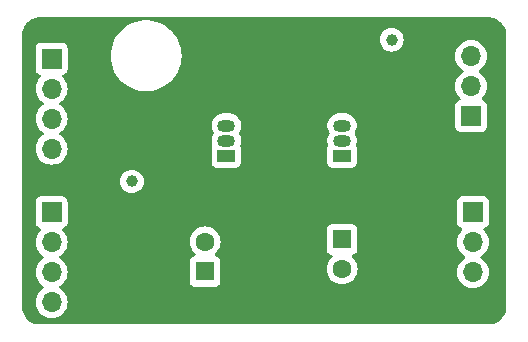
<source format=gbr>
%TF.GenerationSoftware,KiCad,Pcbnew,8.0.6*%
%TF.CreationDate,2024-11-25T01:10:15+00:00*%
%TF.ProjectId,GEOFF board v1,47454f46-4620-4626-9f61-72642076312e,rev?*%
%TF.SameCoordinates,Original*%
%TF.FileFunction,Copper,L2,Bot*%
%TF.FilePolarity,Positive*%
%FSLAX46Y46*%
G04 Gerber Fmt 4.6, Leading zero omitted, Abs format (unit mm)*
G04 Created by KiCad (PCBNEW 8.0.6) date 2024-11-25 01:10:15*
%MOMM*%
%LPD*%
G01*
G04 APERTURE LIST*
%TA.AperFunction,ComponentPad*%
%ADD10C,1.000000*%
%TD*%
%TA.AperFunction,ComponentPad*%
%ADD11R,1.500000X1.050000*%
%TD*%
%TA.AperFunction,ComponentPad*%
%ADD12O,1.500000X1.050000*%
%TD*%
%TA.AperFunction,ComponentPad*%
%ADD13O,1.700000X1.700000*%
%TD*%
%TA.AperFunction,ComponentPad*%
%ADD14R,1.700000X1.700000*%
%TD*%
%TA.AperFunction,ComponentPad*%
%ADD15R,1.600000X1.600000*%
%TD*%
%TA.AperFunction,ComponentPad*%
%ADD16C,1.600000*%
%TD*%
G04 APERTURE END LIST*
D10*
%TO.P,TP2,1,1*%
%TO.N,5V signal*%
X51800000Y-138400000D03*
%TD*%
%TO.P,TP1,1,1*%
%TO.N,3v3 signal*%
X29800000Y-150400000D03*
%TD*%
D11*
%TO.P,Q2,1,E*%
%TO.N,GND*%
X47600000Y-148200000D03*
D12*
%TO.P,Q2,2,B*%
%TO.N,Net-(Q2-B)*%
X47600000Y-146930000D03*
%TO.P,Q2,3,C*%
%TO.N,5V signal*%
X47600000Y-145660000D03*
%TD*%
D11*
%TO.P,Q1,1,E*%
%TO.N,GND*%
X37800000Y-148200000D03*
D12*
%TO.P,Q1,2,B*%
%TO.N,Net-(Q1-B)*%
X37800000Y-146930000D03*
%TO.P,Q1,3,C*%
%TO.N,Net-(Q1-C)*%
X37800000Y-145660000D03*
%TD*%
D13*
%TO.P,J4,3,Pin_3*%
%TO.N,Bumper1 Neg*%
X58670000Y-158080000D03*
%TO.P,J4,2,Pin_2*%
%TO.N,Bumper2 Pos*%
X58670000Y-155540000D03*
D14*
%TO.P,J4,1,Pin_1*%
%TO.N,Bumper1 Pos*%
X58670000Y-153000000D03*
%TD*%
%TO.P,J3,1,Pin_1*%
%TO.N,Bumper1 Pos*%
X23000000Y-153000000D03*
D13*
%TO.P,J3,2,Pin_2*%
%TO.N,Bumper1 Neg*%
X23000000Y-155540000D03*
%TO.P,J3,3,Pin_3*%
%TO.N,Bumper2 Pos*%
X23000000Y-158080000D03*
%TO.P,J3,4,Pin_4*%
%TO.N,Bumper1 Neg*%
X23000000Y-160620000D03*
%TD*%
%TO.P,J2,3,Pin_3*%
%TO.N,5V*%
X58530000Y-139790000D03*
%TO.P,J2,2,Pin_2*%
%TO.N,5V signal*%
X58530000Y-142330000D03*
D14*
%TO.P,J2,1,Pin_1*%
%TO.N,GND*%
X58530000Y-144870000D03*
%TD*%
D13*
%TO.P,J1,4,Pin_4*%
%TO.N,3v3 signal*%
X23000000Y-147620000D03*
%TO.P,J1,3,Pin_3*%
%TO.N,3v3*%
X23000000Y-145080000D03*
%TO.P,J1,2,Pin_2*%
%TO.N,5V*%
X23000000Y-142540000D03*
D14*
%TO.P,J1,1,Pin_1*%
%TO.N,GND*%
X23000000Y-140000000D03*
%TD*%
D15*
%TO.P,C2,1*%
%TO.N,Bumper2 Pos*%
X36000000Y-158000000D03*
D16*
%TO.P,C2,2*%
%TO.N,Bumper1 Neg*%
X36000000Y-155500000D03*
%TD*%
D15*
%TO.P,C1,1*%
%TO.N,Bumper1 Pos*%
X47600000Y-155300000D03*
D16*
%TO.P,C1,2*%
%TO.N,Bumper1 Neg*%
X47600000Y-157800000D03*
%TD*%
%TA.AperFunction,NonConductor*%
G36*
X60004418Y-136500816D02*
G01*
X60204561Y-136515130D01*
X60222063Y-136517647D01*
X60413797Y-136559355D01*
X60430755Y-136564334D01*
X60614609Y-136632909D01*
X60630701Y-136640259D01*
X60802904Y-136734288D01*
X60817784Y-136743849D01*
X60974867Y-136861441D01*
X60988237Y-136873027D01*
X61126972Y-137011762D01*
X61138558Y-137025132D01*
X61256146Y-137182210D01*
X61265711Y-137197095D01*
X61359740Y-137369298D01*
X61367090Y-137385390D01*
X61435662Y-137569236D01*
X61440646Y-137586212D01*
X61482351Y-137777931D01*
X61484869Y-137795442D01*
X61499184Y-137995580D01*
X61499500Y-138004427D01*
X61499500Y-160995572D01*
X61499184Y-161004419D01*
X61484869Y-161204557D01*
X61482351Y-161222068D01*
X61440646Y-161413787D01*
X61435662Y-161430763D01*
X61367090Y-161614609D01*
X61359740Y-161630701D01*
X61265711Y-161802904D01*
X61256146Y-161817789D01*
X61138558Y-161974867D01*
X61126972Y-161988237D01*
X60988237Y-162126972D01*
X60974867Y-162138558D01*
X60817789Y-162256146D01*
X60802904Y-162265711D01*
X60630701Y-162359740D01*
X60614609Y-162367090D01*
X60430763Y-162435662D01*
X60413787Y-162440646D01*
X60222068Y-162482351D01*
X60204557Y-162484869D01*
X60023779Y-162497799D01*
X60004417Y-162499184D01*
X59995572Y-162499500D01*
X22004428Y-162499500D01*
X21995582Y-162499184D01*
X21973622Y-162497613D01*
X21795442Y-162484869D01*
X21777931Y-162482351D01*
X21586212Y-162440646D01*
X21569236Y-162435662D01*
X21385390Y-162367090D01*
X21369298Y-162359740D01*
X21197095Y-162265711D01*
X21182210Y-162256146D01*
X21025132Y-162138558D01*
X21011762Y-162126972D01*
X20873027Y-161988237D01*
X20861441Y-161974867D01*
X20846616Y-161955063D01*
X20743849Y-161817784D01*
X20734288Y-161802904D01*
X20640259Y-161630701D01*
X20632909Y-161614609D01*
X20586955Y-161491402D01*
X20564334Y-161430755D01*
X20559355Y-161413797D01*
X20517647Y-161222063D01*
X20515130Y-161204556D01*
X20500816Y-161004418D01*
X20500500Y-160995572D01*
X20500500Y-155539999D01*
X21644341Y-155539999D01*
X21644341Y-155540000D01*
X21664936Y-155775403D01*
X21664938Y-155775413D01*
X21726094Y-156003655D01*
X21726096Y-156003659D01*
X21726097Y-156003663D01*
X21793345Y-156147876D01*
X21825965Y-156217830D01*
X21825967Y-156217834D01*
X21961501Y-156411395D01*
X21961506Y-156411402D01*
X22128597Y-156578493D01*
X22128603Y-156578498D01*
X22314158Y-156708425D01*
X22357783Y-156763002D01*
X22364977Y-156832500D01*
X22333454Y-156894855D01*
X22314158Y-156911575D01*
X22128597Y-157041505D01*
X21961505Y-157208597D01*
X21825965Y-157402169D01*
X21825964Y-157402171D01*
X21726098Y-157616335D01*
X21726094Y-157616344D01*
X21664938Y-157844586D01*
X21664936Y-157844596D01*
X21644341Y-158079999D01*
X21644341Y-158080000D01*
X21664936Y-158315403D01*
X21664938Y-158315413D01*
X21726094Y-158543655D01*
X21726096Y-158543659D01*
X21726097Y-158543663D01*
X21825965Y-158757830D01*
X21825967Y-158757834D01*
X21961501Y-158951395D01*
X21961506Y-158951402D01*
X22128597Y-159118493D01*
X22128603Y-159118498D01*
X22314158Y-159248425D01*
X22357783Y-159303002D01*
X22364977Y-159372500D01*
X22333454Y-159434855D01*
X22314158Y-159451575D01*
X22128597Y-159581505D01*
X21961505Y-159748597D01*
X21825965Y-159942169D01*
X21825964Y-159942171D01*
X21726098Y-160156335D01*
X21726094Y-160156344D01*
X21664938Y-160384586D01*
X21664936Y-160384596D01*
X21644341Y-160619999D01*
X21644341Y-160620000D01*
X21664936Y-160855403D01*
X21664938Y-160855413D01*
X21726094Y-161083655D01*
X21726096Y-161083659D01*
X21726097Y-161083663D01*
X21825965Y-161297830D01*
X21825967Y-161297834D01*
X21919046Y-161430763D01*
X21961505Y-161491401D01*
X22128599Y-161658495D01*
X22225384Y-161726265D01*
X22322165Y-161794032D01*
X22322167Y-161794033D01*
X22322170Y-161794035D01*
X22536337Y-161893903D01*
X22764592Y-161955063D01*
X22952918Y-161971539D01*
X22999999Y-161975659D01*
X23000000Y-161975659D01*
X23000001Y-161975659D01*
X23039234Y-161972226D01*
X23235408Y-161955063D01*
X23463663Y-161893903D01*
X23677830Y-161794035D01*
X23871401Y-161658495D01*
X24038495Y-161491401D01*
X24174035Y-161297830D01*
X24273903Y-161083663D01*
X24335063Y-160855408D01*
X24355659Y-160620000D01*
X24335063Y-160384592D01*
X24273903Y-160156337D01*
X24174035Y-159942171D01*
X24038495Y-159748599D01*
X24038494Y-159748597D01*
X23871402Y-159581506D01*
X23871396Y-159581501D01*
X23685842Y-159451575D01*
X23642217Y-159396998D01*
X23635023Y-159327500D01*
X23666546Y-159265145D01*
X23685842Y-159248425D01*
X23815633Y-159157544D01*
X23871401Y-159118495D01*
X24038495Y-158951401D01*
X24174035Y-158757830D01*
X24273903Y-158543663D01*
X24335063Y-158315408D01*
X24355659Y-158080000D01*
X24335063Y-157844592D01*
X24273903Y-157616337D01*
X24174035Y-157402171D01*
X24139959Y-157353504D01*
X24038494Y-157208597D01*
X23871402Y-157041506D01*
X23871396Y-157041501D01*
X23685842Y-156911575D01*
X23642217Y-156856998D01*
X23635023Y-156787500D01*
X23666546Y-156725145D01*
X23685842Y-156708425D01*
X23740633Y-156670060D01*
X23871401Y-156578495D01*
X24038495Y-156411401D01*
X24174035Y-156217830D01*
X24273903Y-156003663D01*
X24335063Y-155775408D01*
X24355659Y-155540000D01*
X24352159Y-155499998D01*
X34694532Y-155499998D01*
X34694532Y-155500001D01*
X34714364Y-155726686D01*
X34714366Y-155726697D01*
X34773258Y-155946488D01*
X34773261Y-155946497D01*
X34869431Y-156152732D01*
X34869432Y-156152734D01*
X34999954Y-156339141D01*
X35157086Y-156496273D01*
X35190571Y-156557596D01*
X35185587Y-156627288D01*
X35143715Y-156683221D01*
X35097932Y-156704628D01*
X35092522Y-156705906D01*
X34957671Y-156756202D01*
X34957664Y-156756206D01*
X34842455Y-156842452D01*
X34842452Y-156842455D01*
X34756206Y-156957664D01*
X34756202Y-156957671D01*
X34705908Y-157092517D01*
X34699501Y-157152116D01*
X34699501Y-157152123D01*
X34699500Y-157152135D01*
X34699500Y-158847870D01*
X34699501Y-158847876D01*
X34705908Y-158907483D01*
X34756202Y-159042328D01*
X34756206Y-159042335D01*
X34842452Y-159157544D01*
X34842455Y-159157547D01*
X34957664Y-159243793D01*
X34957671Y-159243797D01*
X35092517Y-159294091D01*
X35092516Y-159294091D01*
X35099444Y-159294835D01*
X35152127Y-159300500D01*
X36847872Y-159300499D01*
X36907483Y-159294091D01*
X37042331Y-159243796D01*
X37157546Y-159157546D01*
X37243796Y-159042331D01*
X37294091Y-158907483D01*
X37300500Y-158847873D01*
X37300499Y-157799998D01*
X46294532Y-157799998D01*
X46294532Y-157800001D01*
X46314364Y-158026686D01*
X46314366Y-158026697D01*
X46373258Y-158246488D01*
X46373261Y-158246497D01*
X46469431Y-158452732D01*
X46469432Y-158452734D01*
X46599954Y-158639141D01*
X46760858Y-158800045D01*
X46760861Y-158800047D01*
X46947266Y-158930568D01*
X47153504Y-159026739D01*
X47373308Y-159085635D01*
X47535230Y-159099801D01*
X47599998Y-159105468D01*
X47600000Y-159105468D01*
X47600002Y-159105468D01*
X47656673Y-159100509D01*
X47826692Y-159085635D01*
X48046496Y-159026739D01*
X48252734Y-158930568D01*
X48439139Y-158800047D01*
X48600047Y-158639139D01*
X48730568Y-158452734D01*
X48826739Y-158246496D01*
X48885635Y-158026692D01*
X48905468Y-157800000D01*
X48885635Y-157573308D01*
X48826739Y-157353504D01*
X48730568Y-157147266D01*
X48600047Y-156960861D01*
X48600045Y-156960858D01*
X48442913Y-156803726D01*
X48409428Y-156742403D01*
X48414412Y-156672711D01*
X48456284Y-156616778D01*
X48502078Y-156595368D01*
X48507480Y-156594091D01*
X48507483Y-156594091D01*
X48549304Y-156578493D01*
X48642328Y-156543797D01*
X48642327Y-156543797D01*
X48642331Y-156543796D01*
X48757546Y-156457546D01*
X48843796Y-156342331D01*
X48894091Y-156207483D01*
X48900500Y-156147873D01*
X48900500Y-155539999D01*
X57314341Y-155539999D01*
X57314341Y-155540000D01*
X57334936Y-155775403D01*
X57334938Y-155775413D01*
X57396094Y-156003655D01*
X57396096Y-156003659D01*
X57396097Y-156003663D01*
X57463345Y-156147876D01*
X57495965Y-156217830D01*
X57495967Y-156217834D01*
X57631501Y-156411395D01*
X57631506Y-156411402D01*
X57798597Y-156578493D01*
X57798603Y-156578498D01*
X57984158Y-156708425D01*
X58027783Y-156763002D01*
X58034977Y-156832500D01*
X58003454Y-156894855D01*
X57984158Y-156911575D01*
X57798597Y-157041505D01*
X57631505Y-157208597D01*
X57495965Y-157402169D01*
X57495964Y-157402171D01*
X57396098Y-157616335D01*
X57396094Y-157616344D01*
X57334938Y-157844586D01*
X57334936Y-157844596D01*
X57314341Y-158079999D01*
X57314341Y-158080000D01*
X57334936Y-158315403D01*
X57334938Y-158315413D01*
X57396094Y-158543655D01*
X57396096Y-158543659D01*
X57396097Y-158543663D01*
X57495965Y-158757830D01*
X57495967Y-158757834D01*
X57559013Y-158847872D01*
X57631505Y-158951401D01*
X57798599Y-159118495D01*
X57854367Y-159157544D01*
X57992165Y-159254032D01*
X57992167Y-159254033D01*
X57992170Y-159254035D01*
X58206337Y-159353903D01*
X58434592Y-159415063D01*
X58622918Y-159431539D01*
X58669999Y-159435659D01*
X58670000Y-159435659D01*
X58670001Y-159435659D01*
X58709234Y-159432226D01*
X58905408Y-159415063D01*
X59133663Y-159353903D01*
X59347830Y-159254035D01*
X59541401Y-159118495D01*
X59708495Y-158951401D01*
X59844035Y-158757830D01*
X59943903Y-158543663D01*
X60005063Y-158315408D01*
X60025659Y-158080000D01*
X60005063Y-157844592D01*
X59943903Y-157616337D01*
X59844035Y-157402171D01*
X59809959Y-157353504D01*
X59708494Y-157208597D01*
X59541402Y-157041506D01*
X59541396Y-157041501D01*
X59355842Y-156911575D01*
X59312217Y-156856998D01*
X59305023Y-156787500D01*
X59336546Y-156725145D01*
X59355842Y-156708425D01*
X59410633Y-156670060D01*
X59541401Y-156578495D01*
X59708495Y-156411401D01*
X59844035Y-156217830D01*
X59943903Y-156003663D01*
X60005063Y-155775408D01*
X60025659Y-155540000D01*
X60005063Y-155304592D01*
X59943903Y-155076337D01*
X59844035Y-154862171D01*
X59833599Y-154847267D01*
X59708496Y-154668600D01*
X59700754Y-154660858D01*
X59586567Y-154546671D01*
X59553084Y-154485351D01*
X59558068Y-154415659D01*
X59599939Y-154359725D01*
X59630915Y-154342810D01*
X59762331Y-154293796D01*
X59877546Y-154207546D01*
X59963796Y-154092331D01*
X60014091Y-153957483D01*
X60020500Y-153897873D01*
X60020499Y-152102128D01*
X60014091Y-152042517D01*
X59963796Y-151907669D01*
X59963795Y-151907668D01*
X59963793Y-151907664D01*
X59877547Y-151792455D01*
X59877544Y-151792452D01*
X59762335Y-151706206D01*
X59762328Y-151706202D01*
X59627482Y-151655908D01*
X59627483Y-151655908D01*
X59567883Y-151649501D01*
X59567881Y-151649500D01*
X59567873Y-151649500D01*
X59567864Y-151649500D01*
X57772129Y-151649500D01*
X57772123Y-151649501D01*
X57712516Y-151655908D01*
X57577671Y-151706202D01*
X57577664Y-151706206D01*
X57462455Y-151792452D01*
X57462452Y-151792455D01*
X57376206Y-151907664D01*
X57376202Y-151907671D01*
X57325908Y-152042517D01*
X57319501Y-152102116D01*
X57319501Y-152102123D01*
X57319500Y-152102135D01*
X57319500Y-153897870D01*
X57319501Y-153897876D01*
X57325908Y-153957483D01*
X57376202Y-154092328D01*
X57376206Y-154092335D01*
X57462452Y-154207544D01*
X57462455Y-154207547D01*
X57577664Y-154293793D01*
X57577671Y-154293797D01*
X57709081Y-154342810D01*
X57765015Y-154384681D01*
X57789432Y-154450145D01*
X57774580Y-154518418D01*
X57753430Y-154546673D01*
X57631503Y-154668600D01*
X57495965Y-154862169D01*
X57495964Y-154862171D01*
X57396098Y-155076335D01*
X57396094Y-155076344D01*
X57334938Y-155304586D01*
X57334936Y-155304596D01*
X57314341Y-155539999D01*
X48900500Y-155539999D01*
X48900499Y-154452128D01*
X48894091Y-154392517D01*
X48891168Y-154384681D01*
X48843797Y-154257671D01*
X48843793Y-154257664D01*
X48757547Y-154142455D01*
X48757544Y-154142452D01*
X48642335Y-154056206D01*
X48642328Y-154056202D01*
X48507482Y-154005908D01*
X48507483Y-154005908D01*
X48447883Y-153999501D01*
X48447881Y-153999500D01*
X48447873Y-153999500D01*
X48447864Y-153999500D01*
X46752129Y-153999500D01*
X46752123Y-153999501D01*
X46692516Y-154005908D01*
X46557671Y-154056202D01*
X46557664Y-154056206D01*
X46442455Y-154142452D01*
X46442452Y-154142455D01*
X46356206Y-154257664D01*
X46356202Y-154257671D01*
X46305908Y-154392517D01*
X46299713Y-154450145D01*
X46299501Y-154452123D01*
X46299500Y-154452135D01*
X46299500Y-156147870D01*
X46299501Y-156147876D01*
X46305908Y-156207483D01*
X46356202Y-156342328D01*
X46356206Y-156342335D01*
X46442452Y-156457544D01*
X46442455Y-156457547D01*
X46557664Y-156543793D01*
X46557671Y-156543797D01*
X46594669Y-156557596D01*
X46692517Y-156594091D01*
X46692527Y-156594092D01*
X46697913Y-156595365D01*
X46758631Y-156629935D01*
X46791021Y-156691843D01*
X46784799Y-156761435D01*
X46757088Y-156803725D01*
X46599951Y-156960862D01*
X46469432Y-157147265D01*
X46469431Y-157147267D01*
X46373261Y-157353502D01*
X46373258Y-157353511D01*
X46314366Y-157573302D01*
X46314364Y-157573313D01*
X46294532Y-157799998D01*
X37300499Y-157799998D01*
X37300499Y-157152128D01*
X37294091Y-157092517D01*
X37275063Y-157041501D01*
X37243797Y-156957671D01*
X37243793Y-156957664D01*
X37157547Y-156842455D01*
X37157544Y-156842452D01*
X37042335Y-156756206D01*
X37042328Y-156756202D01*
X36907483Y-156705908D01*
X36902079Y-156704632D01*
X36841363Y-156670060D01*
X36808976Y-156608149D01*
X36815202Y-156538558D01*
X36842910Y-156496275D01*
X37000047Y-156339139D01*
X37130568Y-156152734D01*
X37226739Y-155946496D01*
X37285635Y-155726692D01*
X37305468Y-155500000D01*
X37285635Y-155273308D01*
X37226739Y-155053504D01*
X37130568Y-154847266D01*
X37000047Y-154660861D01*
X37000045Y-154660858D01*
X36839141Y-154499954D01*
X36652734Y-154369432D01*
X36652732Y-154369431D01*
X36446497Y-154273261D01*
X36446488Y-154273258D01*
X36226697Y-154214366D01*
X36226693Y-154214365D01*
X36226692Y-154214365D01*
X36226691Y-154214364D01*
X36226686Y-154214364D01*
X36000002Y-154194532D01*
X35999998Y-154194532D01*
X35773313Y-154214364D01*
X35773302Y-154214366D01*
X35553511Y-154273258D01*
X35553502Y-154273261D01*
X35347267Y-154369431D01*
X35347265Y-154369432D01*
X35160858Y-154499954D01*
X34999954Y-154660858D01*
X34869432Y-154847265D01*
X34869431Y-154847267D01*
X34773261Y-155053502D01*
X34773258Y-155053511D01*
X34714366Y-155273302D01*
X34714364Y-155273313D01*
X34694532Y-155499998D01*
X24352159Y-155499998D01*
X24335063Y-155304592D01*
X24273903Y-155076337D01*
X24174035Y-154862171D01*
X24163599Y-154847267D01*
X24038496Y-154668600D01*
X24030754Y-154660858D01*
X23916567Y-154546671D01*
X23883084Y-154485351D01*
X23888068Y-154415659D01*
X23929939Y-154359725D01*
X23960915Y-154342810D01*
X24092331Y-154293796D01*
X24207546Y-154207546D01*
X24293796Y-154092331D01*
X24344091Y-153957483D01*
X24350500Y-153897873D01*
X24350499Y-152102128D01*
X24344091Y-152042517D01*
X24293796Y-151907669D01*
X24293795Y-151907668D01*
X24293793Y-151907664D01*
X24207547Y-151792455D01*
X24207544Y-151792452D01*
X24092335Y-151706206D01*
X24092328Y-151706202D01*
X23957482Y-151655908D01*
X23957483Y-151655908D01*
X23897883Y-151649501D01*
X23897881Y-151649500D01*
X23897873Y-151649500D01*
X23897864Y-151649500D01*
X22102129Y-151649500D01*
X22102123Y-151649501D01*
X22042516Y-151655908D01*
X21907671Y-151706202D01*
X21907664Y-151706206D01*
X21792455Y-151792452D01*
X21792452Y-151792455D01*
X21706206Y-151907664D01*
X21706202Y-151907671D01*
X21655908Y-152042517D01*
X21649501Y-152102116D01*
X21649501Y-152102123D01*
X21649500Y-152102135D01*
X21649500Y-153897870D01*
X21649501Y-153897876D01*
X21655908Y-153957483D01*
X21706202Y-154092328D01*
X21706206Y-154092335D01*
X21792452Y-154207544D01*
X21792455Y-154207547D01*
X21907664Y-154293793D01*
X21907671Y-154293797D01*
X22039081Y-154342810D01*
X22095015Y-154384681D01*
X22119432Y-154450145D01*
X22104580Y-154518418D01*
X22083430Y-154546673D01*
X21961503Y-154668600D01*
X21825965Y-154862169D01*
X21825964Y-154862171D01*
X21726098Y-155076335D01*
X21726094Y-155076344D01*
X21664938Y-155304586D01*
X21664936Y-155304596D01*
X21644341Y-155539999D01*
X20500500Y-155539999D01*
X20500500Y-150400000D01*
X28794659Y-150400000D01*
X28813975Y-150596129D01*
X28871188Y-150784733D01*
X28964086Y-150958532D01*
X28964090Y-150958539D01*
X29089116Y-151110883D01*
X29241460Y-151235909D01*
X29241467Y-151235913D01*
X29415266Y-151328811D01*
X29415269Y-151328811D01*
X29415273Y-151328814D01*
X29603868Y-151386024D01*
X29800000Y-151405341D01*
X29996132Y-151386024D01*
X30184727Y-151328814D01*
X30358538Y-151235910D01*
X30510883Y-151110883D01*
X30635910Y-150958538D01*
X30728814Y-150784727D01*
X30786024Y-150596132D01*
X30805341Y-150400000D01*
X30786024Y-150203868D01*
X30728814Y-150015273D01*
X30728811Y-150015269D01*
X30728811Y-150015266D01*
X30635913Y-149841467D01*
X30635909Y-149841460D01*
X30510883Y-149689116D01*
X30358539Y-149564090D01*
X30358532Y-149564086D01*
X30184733Y-149471188D01*
X30184727Y-149471186D01*
X29996132Y-149413976D01*
X29996129Y-149413975D01*
X29800000Y-149394659D01*
X29603870Y-149413975D01*
X29415266Y-149471188D01*
X29241467Y-149564086D01*
X29241460Y-149564090D01*
X29089116Y-149689116D01*
X28964090Y-149841460D01*
X28964086Y-149841467D01*
X28871188Y-150015266D01*
X28813975Y-150203870D01*
X28794659Y-150400000D01*
X20500500Y-150400000D01*
X20500500Y-142539999D01*
X21644341Y-142539999D01*
X21644341Y-142540000D01*
X21664936Y-142775403D01*
X21664938Y-142775413D01*
X21726094Y-143003655D01*
X21726096Y-143003659D01*
X21726097Y-143003663D01*
X21825965Y-143217830D01*
X21825967Y-143217834D01*
X21961501Y-143411395D01*
X21961506Y-143411402D01*
X22128597Y-143578493D01*
X22128603Y-143578498D01*
X22314158Y-143708425D01*
X22357783Y-143763002D01*
X22364977Y-143832500D01*
X22333454Y-143894855D01*
X22314158Y-143911575D01*
X22128597Y-144041505D01*
X21961505Y-144208597D01*
X21825965Y-144402169D01*
X21825964Y-144402171D01*
X21726098Y-144616335D01*
X21726094Y-144616344D01*
X21664938Y-144844586D01*
X21664936Y-144844596D01*
X21644341Y-145079999D01*
X21644341Y-145080000D01*
X21664936Y-145315403D01*
X21664938Y-145315413D01*
X21726094Y-145543655D01*
X21726096Y-145543659D01*
X21726097Y-145543663D01*
X21825965Y-145757830D01*
X21825967Y-145757834D01*
X21961501Y-145951395D01*
X21961506Y-145951402D01*
X22128597Y-146118493D01*
X22128603Y-146118498D01*
X22314158Y-146248425D01*
X22357783Y-146303002D01*
X22364977Y-146372500D01*
X22333454Y-146434855D01*
X22314158Y-146451575D01*
X22128597Y-146581505D01*
X21961505Y-146748597D01*
X21825965Y-146942169D01*
X21825964Y-146942171D01*
X21726098Y-147156335D01*
X21726094Y-147156344D01*
X21664938Y-147384586D01*
X21664936Y-147384596D01*
X21644341Y-147619999D01*
X21644341Y-147620000D01*
X21664936Y-147855403D01*
X21664938Y-147855413D01*
X21726094Y-148083655D01*
X21726096Y-148083659D01*
X21726097Y-148083663D01*
X21825965Y-148297830D01*
X21825967Y-148297834D01*
X21934281Y-148452521D01*
X21961505Y-148491401D01*
X22128599Y-148658495D01*
X22225384Y-148726265D01*
X22322165Y-148794032D01*
X22322167Y-148794033D01*
X22322170Y-148794035D01*
X22536337Y-148893903D01*
X22764592Y-148955063D01*
X22952918Y-148971539D01*
X22999999Y-148975659D01*
X23000000Y-148975659D01*
X23000001Y-148975659D01*
X23039234Y-148972226D01*
X23235408Y-148955063D01*
X23463663Y-148893903D01*
X23677830Y-148794035D01*
X23871401Y-148658495D01*
X24038495Y-148491401D01*
X24174035Y-148297830D01*
X24273903Y-148083663D01*
X24335063Y-147855408D01*
X24355659Y-147620000D01*
X24335063Y-147384592D01*
X24273903Y-147156337D01*
X24174035Y-146942171D01*
X24094790Y-146828996D01*
X24038494Y-146748597D01*
X23871402Y-146581506D01*
X23871396Y-146581501D01*
X23685842Y-146451575D01*
X23642217Y-146396998D01*
X23635023Y-146327500D01*
X23666546Y-146265145D01*
X23685842Y-146248425D01*
X23806703Y-146163797D01*
X23871401Y-146118495D01*
X24038495Y-145951401D01*
X24174035Y-145757830D01*
X24266755Y-145558992D01*
X36549500Y-145558992D01*
X36549500Y-145761007D01*
X36588907Y-145959119D01*
X36588909Y-145959127D01*
X36666213Y-146145755D01*
X36700141Y-146196531D01*
X36716155Y-146220499D01*
X36719904Y-146226109D01*
X36740782Y-146292787D01*
X36722297Y-146360167D01*
X36719908Y-146363883D01*
X36711207Y-146376906D01*
X36666213Y-146444244D01*
X36588909Y-146630872D01*
X36588907Y-146630880D01*
X36549500Y-146828992D01*
X36549500Y-147031007D01*
X36588907Y-147229119D01*
X36588909Y-147229127D01*
X36622325Y-147309800D01*
X36629794Y-147379270D01*
X36610038Y-147424660D01*
X36610454Y-147424887D01*
X36607919Y-147429528D01*
X36607037Y-147431556D01*
X36606206Y-147432665D01*
X36606202Y-147432672D01*
X36555908Y-147567517D01*
X36550266Y-147619999D01*
X36549501Y-147627123D01*
X36549500Y-147627135D01*
X36549500Y-148772870D01*
X36549501Y-148772876D01*
X36555908Y-148832483D01*
X36606202Y-148967328D01*
X36606206Y-148967335D01*
X36692452Y-149082544D01*
X36692455Y-149082547D01*
X36807664Y-149168793D01*
X36807671Y-149168797D01*
X36942517Y-149219091D01*
X36942516Y-149219091D01*
X36949444Y-149219835D01*
X37002127Y-149225500D01*
X38597872Y-149225499D01*
X38657483Y-149219091D01*
X38792331Y-149168796D01*
X38907546Y-149082546D01*
X38993796Y-148967331D01*
X39044091Y-148832483D01*
X39050500Y-148772873D01*
X39050499Y-147627128D01*
X39044091Y-147567517D01*
X38993796Y-147432669D01*
X38992967Y-147431562D01*
X38992485Y-147430268D01*
X38989546Y-147424886D01*
X38990319Y-147424463D01*
X38968551Y-147366099D01*
X38977675Y-147309798D01*
X39011089Y-147229132D01*
X39011089Y-147229131D01*
X39011091Y-147229127D01*
X39050500Y-147031003D01*
X39050500Y-146828997D01*
X39011091Y-146630873D01*
X38933786Y-146444244D01*
X38880094Y-146363889D01*
X38859217Y-146297214D01*
X38877701Y-146229834D01*
X38880078Y-146226134D01*
X38933786Y-146145756D01*
X39011091Y-145959127D01*
X39050500Y-145761003D01*
X39050500Y-145558997D01*
X39050499Y-145558992D01*
X46349500Y-145558992D01*
X46349500Y-145761007D01*
X46388907Y-145959119D01*
X46388909Y-145959127D01*
X46466213Y-146145755D01*
X46500141Y-146196531D01*
X46516155Y-146220499D01*
X46519904Y-146226109D01*
X46540782Y-146292787D01*
X46522297Y-146360167D01*
X46519908Y-146363883D01*
X46511207Y-146376906D01*
X46466213Y-146444244D01*
X46388909Y-146630872D01*
X46388907Y-146630880D01*
X46349500Y-146828992D01*
X46349500Y-147031007D01*
X46388907Y-147229119D01*
X46388909Y-147229127D01*
X46422325Y-147309800D01*
X46429794Y-147379270D01*
X46410038Y-147424660D01*
X46410454Y-147424887D01*
X46407919Y-147429528D01*
X46407037Y-147431556D01*
X46406206Y-147432665D01*
X46406202Y-147432672D01*
X46355908Y-147567517D01*
X46350266Y-147619999D01*
X46349501Y-147627123D01*
X46349500Y-147627135D01*
X46349500Y-148772870D01*
X46349501Y-148772876D01*
X46355908Y-148832483D01*
X46406202Y-148967328D01*
X46406206Y-148967335D01*
X46492452Y-149082544D01*
X46492455Y-149082547D01*
X46607664Y-149168793D01*
X46607671Y-149168797D01*
X46742517Y-149219091D01*
X46742516Y-149219091D01*
X46749444Y-149219835D01*
X46802127Y-149225500D01*
X48397872Y-149225499D01*
X48457483Y-149219091D01*
X48592331Y-149168796D01*
X48707546Y-149082546D01*
X48793796Y-148967331D01*
X48844091Y-148832483D01*
X48850500Y-148772873D01*
X48850499Y-147627128D01*
X48844091Y-147567517D01*
X48793796Y-147432669D01*
X48792967Y-147431562D01*
X48792485Y-147430268D01*
X48789546Y-147424886D01*
X48790319Y-147424463D01*
X48768551Y-147366099D01*
X48777675Y-147309798D01*
X48811089Y-147229132D01*
X48811089Y-147229131D01*
X48811091Y-147229127D01*
X48850500Y-147031003D01*
X48850500Y-146828997D01*
X48811091Y-146630873D01*
X48733786Y-146444244D01*
X48680094Y-146363889D01*
X48659217Y-146297214D01*
X48677701Y-146229834D01*
X48680078Y-146226134D01*
X48733786Y-146145756D01*
X48811091Y-145959127D01*
X48850500Y-145761003D01*
X48850500Y-145558997D01*
X48811091Y-145360873D01*
X48733786Y-145174244D01*
X48733784Y-145174241D01*
X48733782Y-145174237D01*
X48621558Y-145006281D01*
X48478718Y-144863441D01*
X48310762Y-144751217D01*
X48310752Y-144751212D01*
X48124127Y-144673909D01*
X48124119Y-144673907D01*
X47926007Y-144634500D01*
X47926003Y-144634500D01*
X47273997Y-144634500D01*
X47273992Y-144634500D01*
X47075880Y-144673907D01*
X47075872Y-144673909D01*
X46889247Y-144751212D01*
X46889237Y-144751217D01*
X46721281Y-144863441D01*
X46578441Y-145006281D01*
X46466217Y-145174237D01*
X46466212Y-145174247D01*
X46388909Y-145360872D01*
X46388907Y-145360880D01*
X46349500Y-145558992D01*
X39050499Y-145558992D01*
X39011091Y-145360873D01*
X38933786Y-145174244D01*
X38933784Y-145174241D01*
X38933782Y-145174237D01*
X38821558Y-145006281D01*
X38678718Y-144863441D01*
X38510762Y-144751217D01*
X38510752Y-144751212D01*
X38324127Y-144673909D01*
X38324119Y-144673907D01*
X38126007Y-144634500D01*
X38126003Y-144634500D01*
X37473997Y-144634500D01*
X37473992Y-144634500D01*
X37275880Y-144673907D01*
X37275872Y-144673909D01*
X37089247Y-144751212D01*
X37089237Y-144751217D01*
X36921281Y-144863441D01*
X36778441Y-145006281D01*
X36666217Y-145174237D01*
X36666212Y-145174247D01*
X36588909Y-145360872D01*
X36588907Y-145360880D01*
X36549500Y-145558992D01*
X24266755Y-145558992D01*
X24273903Y-145543663D01*
X24335063Y-145315408D01*
X24355659Y-145080000D01*
X24335063Y-144844592D01*
X24273903Y-144616337D01*
X24174035Y-144402171D01*
X24038495Y-144208599D01*
X24038494Y-144208597D01*
X23871402Y-144041506D01*
X23871396Y-144041501D01*
X23685842Y-143911575D01*
X23642217Y-143856998D01*
X23635023Y-143787500D01*
X23666546Y-143725145D01*
X23685842Y-143708425D01*
X23751498Y-143662452D01*
X23871401Y-143578495D01*
X24038495Y-143411401D01*
X24174035Y-143217830D01*
X24273903Y-143003663D01*
X24335063Y-142775408D01*
X24355659Y-142540000D01*
X24335063Y-142304592D01*
X24288626Y-142131285D01*
X24273905Y-142076344D01*
X24273904Y-142076343D01*
X24273903Y-142076337D01*
X24174035Y-141862171D01*
X24095142Y-141749500D01*
X24038496Y-141668600D01*
X24022065Y-141652169D01*
X23916567Y-141546671D01*
X23883084Y-141485351D01*
X23888068Y-141415659D01*
X23929939Y-141359725D01*
X23960915Y-141342810D01*
X24092331Y-141293796D01*
X24207546Y-141207546D01*
X24293796Y-141092331D01*
X24344091Y-140957483D01*
X24350500Y-140897873D01*
X24350499Y-139749996D01*
X27994415Y-139749996D01*
X27994415Y-139750003D01*
X28014738Y-140098927D01*
X28014739Y-140098938D01*
X28075428Y-140443127D01*
X28075430Y-140443134D01*
X28175674Y-140777972D01*
X28314107Y-141098895D01*
X28314113Y-141098908D01*
X28488870Y-141401597D01*
X28697584Y-141681949D01*
X28697589Y-141681955D01*
X28742114Y-141729148D01*
X28937442Y-141936183D01*
X29104469Y-142076335D01*
X29205186Y-142160847D01*
X29205194Y-142160853D01*
X29497203Y-142352911D01*
X29497207Y-142352913D01*
X29809549Y-142509777D01*
X30137989Y-142629319D01*
X30478086Y-142709923D01*
X30825241Y-142750500D01*
X30825248Y-142750500D01*
X31174752Y-142750500D01*
X31174759Y-142750500D01*
X31521914Y-142709923D01*
X31862011Y-142629319D01*
X32190451Y-142509777D01*
X32502793Y-142352913D01*
X32794811Y-142160849D01*
X33062558Y-141936183D01*
X33302412Y-141681953D01*
X33511130Y-141401596D01*
X33685889Y-141098904D01*
X33824326Y-140777971D01*
X33924569Y-140443136D01*
X33957980Y-140253655D01*
X33985260Y-140098938D01*
X33985259Y-140098938D01*
X33985262Y-140098927D01*
X34003255Y-139789999D01*
X57174341Y-139789999D01*
X57174341Y-139790000D01*
X57194936Y-140025403D01*
X57194938Y-140025413D01*
X57256094Y-140253655D01*
X57256096Y-140253659D01*
X57256097Y-140253663D01*
X57344446Y-140443127D01*
X57355965Y-140467830D01*
X57355967Y-140467834D01*
X57491501Y-140661395D01*
X57491506Y-140661402D01*
X57658597Y-140828493D01*
X57658603Y-140828498D01*
X57844158Y-140958425D01*
X57887783Y-141013002D01*
X57894977Y-141082500D01*
X57863454Y-141144855D01*
X57844158Y-141161575D01*
X57658597Y-141291505D01*
X57491505Y-141458597D01*
X57355965Y-141652169D01*
X57355964Y-141652171D01*
X57256098Y-141866335D01*
X57256094Y-141866344D01*
X57194938Y-142094586D01*
X57194936Y-142094596D01*
X57174341Y-142329999D01*
X57174341Y-142330000D01*
X57194936Y-142565403D01*
X57194938Y-142565413D01*
X57256094Y-142793655D01*
X57256096Y-142793659D01*
X57256097Y-142793663D01*
X57354018Y-143003655D01*
X57355965Y-143007830D01*
X57355967Y-143007834D01*
X57464281Y-143162521D01*
X57491501Y-143201396D01*
X57491506Y-143201402D01*
X57613430Y-143323326D01*
X57646915Y-143384649D01*
X57641931Y-143454341D01*
X57600059Y-143510274D01*
X57569083Y-143527189D01*
X57437669Y-143576203D01*
X57437664Y-143576206D01*
X57322455Y-143662452D01*
X57322452Y-143662455D01*
X57236206Y-143777664D01*
X57236202Y-143777671D01*
X57185908Y-143912517D01*
X57179501Y-143972116D01*
X57179501Y-143972123D01*
X57179500Y-143972135D01*
X57179500Y-145767870D01*
X57179501Y-145767876D01*
X57185908Y-145827483D01*
X57236202Y-145962328D01*
X57236206Y-145962335D01*
X57322452Y-146077544D01*
X57322455Y-146077547D01*
X57437664Y-146163793D01*
X57437671Y-146163797D01*
X57572517Y-146214091D01*
X57572516Y-146214091D01*
X57579444Y-146214835D01*
X57632127Y-146220500D01*
X59427872Y-146220499D01*
X59487483Y-146214091D01*
X59622331Y-146163796D01*
X59737546Y-146077546D01*
X59823796Y-145962331D01*
X59874091Y-145827483D01*
X59880500Y-145767873D01*
X59880499Y-143972128D01*
X59874091Y-143912517D01*
X59871647Y-143905965D01*
X59823797Y-143777671D01*
X59823793Y-143777664D01*
X59737547Y-143662455D01*
X59737544Y-143662452D01*
X59622335Y-143576206D01*
X59622328Y-143576202D01*
X59490917Y-143527189D01*
X59434983Y-143485318D01*
X59410566Y-143419853D01*
X59425418Y-143351580D01*
X59446563Y-143323332D01*
X59568495Y-143201401D01*
X59704035Y-143007830D01*
X59803903Y-142793663D01*
X59865063Y-142565408D01*
X59885659Y-142330000D01*
X59865063Y-142094592D01*
X59803903Y-141866337D01*
X59704035Y-141652171D01*
X59568495Y-141458599D01*
X59568494Y-141458597D01*
X59401402Y-141291506D01*
X59401396Y-141291501D01*
X59215842Y-141161575D01*
X59172217Y-141106998D01*
X59165023Y-141037500D01*
X59196546Y-140975145D01*
X59215842Y-140958425D01*
X59238026Y-140942891D01*
X59401401Y-140828495D01*
X59568495Y-140661401D01*
X59704035Y-140467830D01*
X59803903Y-140253663D01*
X59865063Y-140025408D01*
X59885659Y-139790000D01*
X59865063Y-139554592D01*
X59803903Y-139326337D01*
X59704035Y-139112171D01*
X59703134Y-139110883D01*
X59568494Y-138918597D01*
X59401402Y-138751506D01*
X59401395Y-138751501D01*
X59207834Y-138615967D01*
X59207830Y-138615965D01*
X59165298Y-138596132D01*
X58993663Y-138516097D01*
X58993659Y-138516096D01*
X58993655Y-138516094D01*
X58765413Y-138454938D01*
X58765403Y-138454936D01*
X58530001Y-138434341D01*
X58529999Y-138434341D01*
X58294596Y-138454936D01*
X58294586Y-138454938D01*
X58066344Y-138516094D01*
X58066335Y-138516098D01*
X57852171Y-138615964D01*
X57852169Y-138615965D01*
X57658597Y-138751505D01*
X57491505Y-138918597D01*
X57355965Y-139112169D01*
X57355964Y-139112171D01*
X57256098Y-139326335D01*
X57256094Y-139326344D01*
X57194938Y-139554586D01*
X57194936Y-139554596D01*
X57174341Y-139789999D01*
X34003255Y-139789999D01*
X34005585Y-139750000D01*
X33985262Y-139401073D01*
X33985260Y-139401061D01*
X33924571Y-139056872D01*
X33924569Y-139056865D01*
X33924569Y-139056864D01*
X33824326Y-138722029D01*
X33685889Y-138401096D01*
X33685256Y-138400000D01*
X50794659Y-138400000D01*
X50813975Y-138596129D01*
X50813976Y-138596132D01*
X50861108Y-138751506D01*
X50871188Y-138784733D01*
X50964086Y-138958532D01*
X50964090Y-138958539D01*
X51089116Y-139110883D01*
X51241460Y-139235909D01*
X51241467Y-139235913D01*
X51415266Y-139328811D01*
X51415269Y-139328811D01*
X51415273Y-139328814D01*
X51603868Y-139386024D01*
X51800000Y-139405341D01*
X51996132Y-139386024D01*
X52184727Y-139328814D01*
X52189362Y-139326337D01*
X52358532Y-139235913D01*
X52358538Y-139235910D01*
X52510883Y-139110883D01*
X52635910Y-138958538D01*
X52728814Y-138784727D01*
X52786024Y-138596132D01*
X52805341Y-138400000D01*
X52786024Y-138203868D01*
X52728814Y-138015273D01*
X52728811Y-138015269D01*
X52728811Y-138015266D01*
X52635913Y-137841467D01*
X52635909Y-137841460D01*
X52510883Y-137689116D01*
X52358539Y-137564090D01*
X52358532Y-137564086D01*
X52184733Y-137471188D01*
X52184727Y-137471186D01*
X51996132Y-137413976D01*
X51996129Y-137413975D01*
X51800000Y-137394659D01*
X51603870Y-137413975D01*
X51415266Y-137471188D01*
X51241467Y-137564086D01*
X51241460Y-137564090D01*
X51089116Y-137689116D01*
X50964090Y-137841460D01*
X50964086Y-137841467D01*
X50871188Y-138015266D01*
X50813975Y-138203870D01*
X50794659Y-138400000D01*
X33685256Y-138400000D01*
X33511130Y-138098404D01*
X33511129Y-138098402D01*
X33302415Y-137818050D01*
X33302410Y-137818044D01*
X33180772Y-137689116D01*
X33062558Y-137563817D01*
X32849917Y-137385390D01*
X32794813Y-137339152D01*
X32794805Y-137339146D01*
X32502796Y-137147088D01*
X32190458Y-136990226D01*
X32190452Y-136990223D01*
X31862012Y-136870681D01*
X31862009Y-136870680D01*
X31521915Y-136790077D01*
X31478519Y-136785004D01*
X31174759Y-136749500D01*
X30825241Y-136749500D01*
X30521480Y-136785004D01*
X30478085Y-136790077D01*
X30478083Y-136790077D01*
X30137990Y-136870680D01*
X30137987Y-136870681D01*
X29809547Y-136990223D01*
X29809541Y-136990226D01*
X29497203Y-137147088D01*
X29205194Y-137339146D01*
X29205186Y-137339152D01*
X28937442Y-137563817D01*
X28937440Y-137563819D01*
X28697589Y-137818044D01*
X28697584Y-137818050D01*
X28488870Y-138098402D01*
X28314113Y-138401091D01*
X28314107Y-138401104D01*
X28175674Y-138722027D01*
X28075430Y-139056865D01*
X28075428Y-139056872D01*
X28014739Y-139401061D01*
X28014738Y-139401072D01*
X27994415Y-139749996D01*
X24350499Y-139749996D01*
X24350499Y-139102128D01*
X24344091Y-139042517D01*
X24312769Y-138958539D01*
X24293797Y-138907671D01*
X24293793Y-138907664D01*
X24207547Y-138792455D01*
X24207544Y-138792452D01*
X24092335Y-138706206D01*
X24092328Y-138706202D01*
X23957482Y-138655908D01*
X23957483Y-138655908D01*
X23897883Y-138649501D01*
X23897881Y-138649500D01*
X23897873Y-138649500D01*
X23897864Y-138649500D01*
X22102129Y-138649500D01*
X22102123Y-138649501D01*
X22042516Y-138655908D01*
X21907671Y-138706202D01*
X21907664Y-138706206D01*
X21792455Y-138792452D01*
X21792452Y-138792455D01*
X21706206Y-138907664D01*
X21706202Y-138907671D01*
X21655908Y-139042517D01*
X21649501Y-139102116D01*
X21649501Y-139102123D01*
X21649500Y-139102135D01*
X21649500Y-140897870D01*
X21649501Y-140897876D01*
X21655908Y-140957483D01*
X21706202Y-141092328D01*
X21706206Y-141092335D01*
X21792452Y-141207544D01*
X21792455Y-141207547D01*
X21907664Y-141293793D01*
X21907671Y-141293797D01*
X22039081Y-141342810D01*
X22095015Y-141384681D01*
X22119432Y-141450145D01*
X22104580Y-141518418D01*
X22083430Y-141546673D01*
X21961503Y-141668600D01*
X21825965Y-141862169D01*
X21825964Y-141862171D01*
X21726098Y-142076335D01*
X21726094Y-142076344D01*
X21664938Y-142304586D01*
X21664936Y-142304596D01*
X21644341Y-142539999D01*
X20500500Y-142539999D01*
X20500500Y-138004427D01*
X20500816Y-137995581D01*
X20511318Y-137848748D01*
X20515130Y-137795436D01*
X20517646Y-137777938D01*
X20559356Y-137586199D01*
X20564333Y-137569248D01*
X20632911Y-137385385D01*
X20640259Y-137369298D01*
X20702815Y-137254734D01*
X20734291Y-137197089D01*
X20743845Y-137182221D01*
X20861448Y-137025123D01*
X20873020Y-137011769D01*
X21011769Y-136873020D01*
X21025123Y-136861448D01*
X21182221Y-136743845D01*
X21197089Y-136734291D01*
X21369298Y-136640258D01*
X21385385Y-136632911D01*
X21569248Y-136564333D01*
X21586199Y-136559356D01*
X21777938Y-136517646D01*
X21795436Y-136515130D01*
X21995582Y-136500816D01*
X22004428Y-136500500D01*
X22065892Y-136500500D01*
X59934108Y-136500500D01*
X59995572Y-136500500D01*
X60004418Y-136500816D01*
G37*
%TD.AperFunction*%
M02*

</source>
